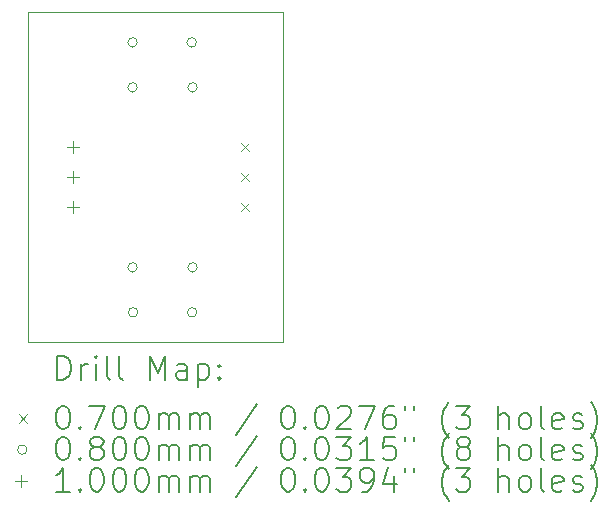
<source format=gbr>
%FSLAX45Y45*%
G04 Gerber Fmt 4.5, Leading zero omitted, Abs format (unit mm)*
G04 Created by KiCad (PCBNEW (6.0.6)) date 2022-06-23 13:21:30*
%MOMM*%
%LPD*%
G01*
G04 APERTURE LIST*
%TA.AperFunction,Profile*%
%ADD10C,0.100000*%
%TD*%
%ADD11C,0.200000*%
%ADD12C,0.070000*%
%ADD13C,0.080000*%
%ADD14C,0.100000*%
G04 APERTURE END LIST*
D10*
X2159000Y-2794000D02*
X0Y-2794000D01*
X0Y0D01*
X2159000Y0D01*
X2159000Y-2794000D01*
D11*
D12*
X1803960Y-1108000D02*
X1873960Y-1178000D01*
X1873960Y-1108000D02*
X1803960Y-1178000D01*
X1803960Y-1362000D02*
X1873960Y-1432000D01*
X1873960Y-1362000D02*
X1803960Y-1432000D01*
X1803960Y-1616000D02*
X1873960Y-1686000D01*
X1873960Y-1616000D02*
X1803960Y-1686000D01*
D13*
X929000Y-254000D02*
G75*
G03*
X929000Y-254000I-40000J0D01*
G01*
X929000Y-635000D02*
G75*
G03*
X929000Y-635000I-40000J0D01*
G01*
X929000Y-2159000D02*
G75*
G03*
X929000Y-2159000I-40000J0D01*
G01*
X933000Y-2540000D02*
G75*
G03*
X933000Y-2540000I-40000J0D01*
G01*
X1429000Y-254000D02*
G75*
G03*
X1429000Y-254000I-40000J0D01*
G01*
X1433000Y-2540000D02*
G75*
G03*
X1433000Y-2540000I-40000J0D01*
G01*
X1437000Y-635000D02*
G75*
G03*
X1437000Y-635000I-40000J0D01*
G01*
X1437000Y-2159000D02*
G75*
G03*
X1437000Y-2159000I-40000J0D01*
G01*
D14*
X381000Y-1093000D02*
X381000Y-1193000D01*
X331000Y-1143000D02*
X431000Y-1143000D01*
X381000Y-1347000D02*
X381000Y-1447000D01*
X331000Y-1397000D02*
X431000Y-1397000D01*
X381000Y-1601000D02*
X381000Y-1701000D01*
X331000Y-1651000D02*
X431000Y-1651000D01*
D11*
X252619Y-3109476D02*
X252619Y-2909476D01*
X300238Y-2909476D01*
X328810Y-2919000D01*
X347857Y-2938048D01*
X357381Y-2957095D01*
X366905Y-2995190D01*
X366905Y-3023762D01*
X357381Y-3061857D01*
X347857Y-3080905D01*
X328810Y-3099952D01*
X300238Y-3109476D01*
X252619Y-3109476D01*
X452619Y-3109476D02*
X452619Y-2976143D01*
X452619Y-3014238D02*
X462143Y-2995190D01*
X471667Y-2985667D01*
X490714Y-2976143D01*
X509762Y-2976143D01*
X576429Y-3109476D02*
X576429Y-2976143D01*
X576429Y-2909476D02*
X566905Y-2919000D01*
X576429Y-2928524D01*
X585952Y-2919000D01*
X576429Y-2909476D01*
X576429Y-2928524D01*
X700238Y-3109476D02*
X681190Y-3099952D01*
X671667Y-3080905D01*
X671667Y-2909476D01*
X805000Y-3109476D02*
X785952Y-3099952D01*
X776428Y-3080905D01*
X776428Y-2909476D01*
X1033571Y-3109476D02*
X1033571Y-2909476D01*
X1100238Y-3052333D01*
X1166905Y-2909476D01*
X1166905Y-3109476D01*
X1347857Y-3109476D02*
X1347857Y-3004714D01*
X1338333Y-2985667D01*
X1319286Y-2976143D01*
X1281190Y-2976143D01*
X1262143Y-2985667D01*
X1347857Y-3099952D02*
X1328810Y-3109476D01*
X1281190Y-3109476D01*
X1262143Y-3099952D01*
X1252619Y-3080905D01*
X1252619Y-3061857D01*
X1262143Y-3042809D01*
X1281190Y-3033286D01*
X1328810Y-3033286D01*
X1347857Y-3023762D01*
X1443095Y-2976143D02*
X1443095Y-3176143D01*
X1443095Y-2985667D02*
X1462143Y-2976143D01*
X1500238Y-2976143D01*
X1519286Y-2985667D01*
X1528809Y-2995190D01*
X1538333Y-3014238D01*
X1538333Y-3071381D01*
X1528809Y-3090428D01*
X1519286Y-3099952D01*
X1500238Y-3109476D01*
X1462143Y-3109476D01*
X1443095Y-3099952D01*
X1624048Y-3090428D02*
X1633571Y-3099952D01*
X1624048Y-3109476D01*
X1614524Y-3099952D01*
X1624048Y-3090428D01*
X1624048Y-3109476D01*
X1624048Y-2985667D02*
X1633571Y-2995190D01*
X1624048Y-3004714D01*
X1614524Y-2995190D01*
X1624048Y-2985667D01*
X1624048Y-3004714D01*
D12*
X-75000Y-3404000D02*
X-5000Y-3474000D01*
X-5000Y-3404000D02*
X-75000Y-3474000D01*
D11*
X290714Y-3329476D02*
X309762Y-3329476D01*
X328810Y-3339000D01*
X338333Y-3348524D01*
X347857Y-3367571D01*
X357381Y-3405667D01*
X357381Y-3453286D01*
X347857Y-3491381D01*
X338333Y-3510428D01*
X328810Y-3519952D01*
X309762Y-3529476D01*
X290714Y-3529476D01*
X271667Y-3519952D01*
X262143Y-3510428D01*
X252619Y-3491381D01*
X243095Y-3453286D01*
X243095Y-3405667D01*
X252619Y-3367571D01*
X262143Y-3348524D01*
X271667Y-3339000D01*
X290714Y-3329476D01*
X443095Y-3510428D02*
X452619Y-3519952D01*
X443095Y-3529476D01*
X433571Y-3519952D01*
X443095Y-3510428D01*
X443095Y-3529476D01*
X519286Y-3329476D02*
X652619Y-3329476D01*
X566905Y-3529476D01*
X766905Y-3329476D02*
X785952Y-3329476D01*
X805000Y-3339000D01*
X814524Y-3348524D01*
X824048Y-3367571D01*
X833571Y-3405667D01*
X833571Y-3453286D01*
X824048Y-3491381D01*
X814524Y-3510428D01*
X805000Y-3519952D01*
X785952Y-3529476D01*
X766905Y-3529476D01*
X747857Y-3519952D01*
X738333Y-3510428D01*
X728809Y-3491381D01*
X719286Y-3453286D01*
X719286Y-3405667D01*
X728809Y-3367571D01*
X738333Y-3348524D01*
X747857Y-3339000D01*
X766905Y-3329476D01*
X957381Y-3329476D02*
X976428Y-3329476D01*
X995476Y-3339000D01*
X1005000Y-3348524D01*
X1014524Y-3367571D01*
X1024048Y-3405667D01*
X1024048Y-3453286D01*
X1014524Y-3491381D01*
X1005000Y-3510428D01*
X995476Y-3519952D01*
X976428Y-3529476D01*
X957381Y-3529476D01*
X938333Y-3519952D01*
X928809Y-3510428D01*
X919286Y-3491381D01*
X909762Y-3453286D01*
X909762Y-3405667D01*
X919286Y-3367571D01*
X928809Y-3348524D01*
X938333Y-3339000D01*
X957381Y-3329476D01*
X1109762Y-3529476D02*
X1109762Y-3396143D01*
X1109762Y-3415190D02*
X1119286Y-3405667D01*
X1138333Y-3396143D01*
X1166905Y-3396143D01*
X1185952Y-3405667D01*
X1195476Y-3424714D01*
X1195476Y-3529476D01*
X1195476Y-3424714D02*
X1205000Y-3405667D01*
X1224048Y-3396143D01*
X1252619Y-3396143D01*
X1271667Y-3405667D01*
X1281190Y-3424714D01*
X1281190Y-3529476D01*
X1376429Y-3529476D02*
X1376429Y-3396143D01*
X1376429Y-3415190D02*
X1385952Y-3405667D01*
X1405000Y-3396143D01*
X1433571Y-3396143D01*
X1452619Y-3405667D01*
X1462143Y-3424714D01*
X1462143Y-3529476D01*
X1462143Y-3424714D02*
X1471667Y-3405667D01*
X1490714Y-3396143D01*
X1519286Y-3396143D01*
X1538333Y-3405667D01*
X1547857Y-3424714D01*
X1547857Y-3529476D01*
X1938333Y-3319952D02*
X1766905Y-3577095D01*
X2195476Y-3329476D02*
X2214524Y-3329476D01*
X2233571Y-3339000D01*
X2243095Y-3348524D01*
X2252619Y-3367571D01*
X2262143Y-3405667D01*
X2262143Y-3453286D01*
X2252619Y-3491381D01*
X2243095Y-3510428D01*
X2233571Y-3519952D01*
X2214524Y-3529476D01*
X2195476Y-3529476D01*
X2176429Y-3519952D01*
X2166905Y-3510428D01*
X2157381Y-3491381D01*
X2147857Y-3453286D01*
X2147857Y-3405667D01*
X2157381Y-3367571D01*
X2166905Y-3348524D01*
X2176429Y-3339000D01*
X2195476Y-3329476D01*
X2347857Y-3510428D02*
X2357381Y-3519952D01*
X2347857Y-3529476D01*
X2338333Y-3519952D01*
X2347857Y-3510428D01*
X2347857Y-3529476D01*
X2481190Y-3329476D02*
X2500238Y-3329476D01*
X2519286Y-3339000D01*
X2528810Y-3348524D01*
X2538333Y-3367571D01*
X2547857Y-3405667D01*
X2547857Y-3453286D01*
X2538333Y-3491381D01*
X2528810Y-3510428D01*
X2519286Y-3519952D01*
X2500238Y-3529476D01*
X2481190Y-3529476D01*
X2462143Y-3519952D01*
X2452619Y-3510428D01*
X2443095Y-3491381D01*
X2433571Y-3453286D01*
X2433571Y-3405667D01*
X2443095Y-3367571D01*
X2452619Y-3348524D01*
X2462143Y-3339000D01*
X2481190Y-3329476D01*
X2624048Y-3348524D02*
X2633571Y-3339000D01*
X2652619Y-3329476D01*
X2700238Y-3329476D01*
X2719286Y-3339000D01*
X2728810Y-3348524D01*
X2738333Y-3367571D01*
X2738333Y-3386619D01*
X2728810Y-3415190D01*
X2614524Y-3529476D01*
X2738333Y-3529476D01*
X2805000Y-3329476D02*
X2938333Y-3329476D01*
X2852619Y-3529476D01*
X3100238Y-3329476D02*
X3062143Y-3329476D01*
X3043095Y-3339000D01*
X3033571Y-3348524D01*
X3014524Y-3377095D01*
X3005000Y-3415190D01*
X3005000Y-3491381D01*
X3014524Y-3510428D01*
X3024048Y-3519952D01*
X3043095Y-3529476D01*
X3081190Y-3529476D01*
X3100238Y-3519952D01*
X3109762Y-3510428D01*
X3119286Y-3491381D01*
X3119286Y-3443762D01*
X3109762Y-3424714D01*
X3100238Y-3415190D01*
X3081190Y-3405667D01*
X3043095Y-3405667D01*
X3024048Y-3415190D01*
X3014524Y-3424714D01*
X3005000Y-3443762D01*
X3195476Y-3329476D02*
X3195476Y-3367571D01*
X3271667Y-3329476D02*
X3271667Y-3367571D01*
X3566905Y-3605667D02*
X3557381Y-3596143D01*
X3538333Y-3567571D01*
X3528809Y-3548524D01*
X3519286Y-3519952D01*
X3509762Y-3472333D01*
X3509762Y-3434238D01*
X3519286Y-3386619D01*
X3528809Y-3358048D01*
X3538333Y-3339000D01*
X3557381Y-3310428D01*
X3566905Y-3300905D01*
X3624048Y-3329476D02*
X3747857Y-3329476D01*
X3681190Y-3405667D01*
X3709762Y-3405667D01*
X3728809Y-3415190D01*
X3738333Y-3424714D01*
X3747857Y-3443762D01*
X3747857Y-3491381D01*
X3738333Y-3510428D01*
X3728809Y-3519952D01*
X3709762Y-3529476D01*
X3652619Y-3529476D01*
X3633571Y-3519952D01*
X3624048Y-3510428D01*
X3985952Y-3529476D02*
X3985952Y-3329476D01*
X4071667Y-3529476D02*
X4071667Y-3424714D01*
X4062143Y-3405667D01*
X4043095Y-3396143D01*
X4014524Y-3396143D01*
X3995476Y-3405667D01*
X3985952Y-3415190D01*
X4195476Y-3529476D02*
X4176428Y-3519952D01*
X4166905Y-3510428D01*
X4157381Y-3491381D01*
X4157381Y-3434238D01*
X4166905Y-3415190D01*
X4176428Y-3405667D01*
X4195476Y-3396143D01*
X4224048Y-3396143D01*
X4243095Y-3405667D01*
X4252619Y-3415190D01*
X4262143Y-3434238D01*
X4262143Y-3491381D01*
X4252619Y-3510428D01*
X4243095Y-3519952D01*
X4224048Y-3529476D01*
X4195476Y-3529476D01*
X4376429Y-3529476D02*
X4357381Y-3519952D01*
X4347857Y-3500905D01*
X4347857Y-3329476D01*
X4528810Y-3519952D02*
X4509762Y-3529476D01*
X4471667Y-3529476D01*
X4452619Y-3519952D01*
X4443095Y-3500905D01*
X4443095Y-3424714D01*
X4452619Y-3405667D01*
X4471667Y-3396143D01*
X4509762Y-3396143D01*
X4528810Y-3405667D01*
X4538333Y-3424714D01*
X4538333Y-3443762D01*
X4443095Y-3462809D01*
X4614524Y-3519952D02*
X4633571Y-3529476D01*
X4671667Y-3529476D01*
X4690714Y-3519952D01*
X4700238Y-3500905D01*
X4700238Y-3491381D01*
X4690714Y-3472333D01*
X4671667Y-3462809D01*
X4643095Y-3462809D01*
X4624048Y-3453286D01*
X4614524Y-3434238D01*
X4614524Y-3424714D01*
X4624048Y-3405667D01*
X4643095Y-3396143D01*
X4671667Y-3396143D01*
X4690714Y-3405667D01*
X4766905Y-3605667D02*
X4776429Y-3596143D01*
X4795476Y-3567571D01*
X4805000Y-3548524D01*
X4814524Y-3519952D01*
X4824048Y-3472333D01*
X4824048Y-3434238D01*
X4814524Y-3386619D01*
X4805000Y-3358048D01*
X4795476Y-3339000D01*
X4776429Y-3310428D01*
X4766905Y-3300905D01*
D13*
X-5000Y-3703000D02*
G75*
G03*
X-5000Y-3703000I-40000J0D01*
G01*
D11*
X290714Y-3593476D02*
X309762Y-3593476D01*
X328810Y-3603000D01*
X338333Y-3612524D01*
X347857Y-3631571D01*
X357381Y-3669667D01*
X357381Y-3717286D01*
X347857Y-3755381D01*
X338333Y-3774428D01*
X328810Y-3783952D01*
X309762Y-3793476D01*
X290714Y-3793476D01*
X271667Y-3783952D01*
X262143Y-3774428D01*
X252619Y-3755381D01*
X243095Y-3717286D01*
X243095Y-3669667D01*
X252619Y-3631571D01*
X262143Y-3612524D01*
X271667Y-3603000D01*
X290714Y-3593476D01*
X443095Y-3774428D02*
X452619Y-3783952D01*
X443095Y-3793476D01*
X433571Y-3783952D01*
X443095Y-3774428D01*
X443095Y-3793476D01*
X566905Y-3679190D02*
X547857Y-3669667D01*
X538333Y-3660143D01*
X528810Y-3641095D01*
X528810Y-3631571D01*
X538333Y-3612524D01*
X547857Y-3603000D01*
X566905Y-3593476D01*
X605000Y-3593476D01*
X624048Y-3603000D01*
X633571Y-3612524D01*
X643095Y-3631571D01*
X643095Y-3641095D01*
X633571Y-3660143D01*
X624048Y-3669667D01*
X605000Y-3679190D01*
X566905Y-3679190D01*
X547857Y-3688714D01*
X538333Y-3698238D01*
X528810Y-3717286D01*
X528810Y-3755381D01*
X538333Y-3774428D01*
X547857Y-3783952D01*
X566905Y-3793476D01*
X605000Y-3793476D01*
X624048Y-3783952D01*
X633571Y-3774428D01*
X643095Y-3755381D01*
X643095Y-3717286D01*
X633571Y-3698238D01*
X624048Y-3688714D01*
X605000Y-3679190D01*
X766905Y-3593476D02*
X785952Y-3593476D01*
X805000Y-3603000D01*
X814524Y-3612524D01*
X824048Y-3631571D01*
X833571Y-3669667D01*
X833571Y-3717286D01*
X824048Y-3755381D01*
X814524Y-3774428D01*
X805000Y-3783952D01*
X785952Y-3793476D01*
X766905Y-3793476D01*
X747857Y-3783952D01*
X738333Y-3774428D01*
X728809Y-3755381D01*
X719286Y-3717286D01*
X719286Y-3669667D01*
X728809Y-3631571D01*
X738333Y-3612524D01*
X747857Y-3603000D01*
X766905Y-3593476D01*
X957381Y-3593476D02*
X976428Y-3593476D01*
X995476Y-3603000D01*
X1005000Y-3612524D01*
X1014524Y-3631571D01*
X1024048Y-3669667D01*
X1024048Y-3717286D01*
X1014524Y-3755381D01*
X1005000Y-3774428D01*
X995476Y-3783952D01*
X976428Y-3793476D01*
X957381Y-3793476D01*
X938333Y-3783952D01*
X928809Y-3774428D01*
X919286Y-3755381D01*
X909762Y-3717286D01*
X909762Y-3669667D01*
X919286Y-3631571D01*
X928809Y-3612524D01*
X938333Y-3603000D01*
X957381Y-3593476D01*
X1109762Y-3793476D02*
X1109762Y-3660143D01*
X1109762Y-3679190D02*
X1119286Y-3669667D01*
X1138333Y-3660143D01*
X1166905Y-3660143D01*
X1185952Y-3669667D01*
X1195476Y-3688714D01*
X1195476Y-3793476D01*
X1195476Y-3688714D02*
X1205000Y-3669667D01*
X1224048Y-3660143D01*
X1252619Y-3660143D01*
X1271667Y-3669667D01*
X1281190Y-3688714D01*
X1281190Y-3793476D01*
X1376429Y-3793476D02*
X1376429Y-3660143D01*
X1376429Y-3679190D02*
X1385952Y-3669667D01*
X1405000Y-3660143D01*
X1433571Y-3660143D01*
X1452619Y-3669667D01*
X1462143Y-3688714D01*
X1462143Y-3793476D01*
X1462143Y-3688714D02*
X1471667Y-3669667D01*
X1490714Y-3660143D01*
X1519286Y-3660143D01*
X1538333Y-3669667D01*
X1547857Y-3688714D01*
X1547857Y-3793476D01*
X1938333Y-3583952D02*
X1766905Y-3841095D01*
X2195476Y-3593476D02*
X2214524Y-3593476D01*
X2233571Y-3603000D01*
X2243095Y-3612524D01*
X2252619Y-3631571D01*
X2262143Y-3669667D01*
X2262143Y-3717286D01*
X2252619Y-3755381D01*
X2243095Y-3774428D01*
X2233571Y-3783952D01*
X2214524Y-3793476D01*
X2195476Y-3793476D01*
X2176429Y-3783952D01*
X2166905Y-3774428D01*
X2157381Y-3755381D01*
X2147857Y-3717286D01*
X2147857Y-3669667D01*
X2157381Y-3631571D01*
X2166905Y-3612524D01*
X2176429Y-3603000D01*
X2195476Y-3593476D01*
X2347857Y-3774428D02*
X2357381Y-3783952D01*
X2347857Y-3793476D01*
X2338333Y-3783952D01*
X2347857Y-3774428D01*
X2347857Y-3793476D01*
X2481190Y-3593476D02*
X2500238Y-3593476D01*
X2519286Y-3603000D01*
X2528810Y-3612524D01*
X2538333Y-3631571D01*
X2547857Y-3669667D01*
X2547857Y-3717286D01*
X2538333Y-3755381D01*
X2528810Y-3774428D01*
X2519286Y-3783952D01*
X2500238Y-3793476D01*
X2481190Y-3793476D01*
X2462143Y-3783952D01*
X2452619Y-3774428D01*
X2443095Y-3755381D01*
X2433571Y-3717286D01*
X2433571Y-3669667D01*
X2443095Y-3631571D01*
X2452619Y-3612524D01*
X2462143Y-3603000D01*
X2481190Y-3593476D01*
X2614524Y-3593476D02*
X2738333Y-3593476D01*
X2671667Y-3669667D01*
X2700238Y-3669667D01*
X2719286Y-3679190D01*
X2728810Y-3688714D01*
X2738333Y-3707762D01*
X2738333Y-3755381D01*
X2728810Y-3774428D01*
X2719286Y-3783952D01*
X2700238Y-3793476D01*
X2643095Y-3793476D01*
X2624048Y-3783952D01*
X2614524Y-3774428D01*
X2928809Y-3793476D02*
X2814524Y-3793476D01*
X2871667Y-3793476D02*
X2871667Y-3593476D01*
X2852619Y-3622048D01*
X2833571Y-3641095D01*
X2814524Y-3650619D01*
X3109762Y-3593476D02*
X3014524Y-3593476D01*
X3005000Y-3688714D01*
X3014524Y-3679190D01*
X3033571Y-3669667D01*
X3081190Y-3669667D01*
X3100238Y-3679190D01*
X3109762Y-3688714D01*
X3119286Y-3707762D01*
X3119286Y-3755381D01*
X3109762Y-3774428D01*
X3100238Y-3783952D01*
X3081190Y-3793476D01*
X3033571Y-3793476D01*
X3014524Y-3783952D01*
X3005000Y-3774428D01*
X3195476Y-3593476D02*
X3195476Y-3631571D01*
X3271667Y-3593476D02*
X3271667Y-3631571D01*
X3566905Y-3869667D02*
X3557381Y-3860143D01*
X3538333Y-3831571D01*
X3528809Y-3812524D01*
X3519286Y-3783952D01*
X3509762Y-3736333D01*
X3509762Y-3698238D01*
X3519286Y-3650619D01*
X3528809Y-3622048D01*
X3538333Y-3603000D01*
X3557381Y-3574428D01*
X3566905Y-3564905D01*
X3671667Y-3679190D02*
X3652619Y-3669667D01*
X3643095Y-3660143D01*
X3633571Y-3641095D01*
X3633571Y-3631571D01*
X3643095Y-3612524D01*
X3652619Y-3603000D01*
X3671667Y-3593476D01*
X3709762Y-3593476D01*
X3728809Y-3603000D01*
X3738333Y-3612524D01*
X3747857Y-3631571D01*
X3747857Y-3641095D01*
X3738333Y-3660143D01*
X3728809Y-3669667D01*
X3709762Y-3679190D01*
X3671667Y-3679190D01*
X3652619Y-3688714D01*
X3643095Y-3698238D01*
X3633571Y-3717286D01*
X3633571Y-3755381D01*
X3643095Y-3774428D01*
X3652619Y-3783952D01*
X3671667Y-3793476D01*
X3709762Y-3793476D01*
X3728809Y-3783952D01*
X3738333Y-3774428D01*
X3747857Y-3755381D01*
X3747857Y-3717286D01*
X3738333Y-3698238D01*
X3728809Y-3688714D01*
X3709762Y-3679190D01*
X3985952Y-3793476D02*
X3985952Y-3593476D01*
X4071667Y-3793476D02*
X4071667Y-3688714D01*
X4062143Y-3669667D01*
X4043095Y-3660143D01*
X4014524Y-3660143D01*
X3995476Y-3669667D01*
X3985952Y-3679190D01*
X4195476Y-3793476D02*
X4176428Y-3783952D01*
X4166905Y-3774428D01*
X4157381Y-3755381D01*
X4157381Y-3698238D01*
X4166905Y-3679190D01*
X4176428Y-3669667D01*
X4195476Y-3660143D01*
X4224048Y-3660143D01*
X4243095Y-3669667D01*
X4252619Y-3679190D01*
X4262143Y-3698238D01*
X4262143Y-3755381D01*
X4252619Y-3774428D01*
X4243095Y-3783952D01*
X4224048Y-3793476D01*
X4195476Y-3793476D01*
X4376429Y-3793476D02*
X4357381Y-3783952D01*
X4347857Y-3764905D01*
X4347857Y-3593476D01*
X4528810Y-3783952D02*
X4509762Y-3793476D01*
X4471667Y-3793476D01*
X4452619Y-3783952D01*
X4443095Y-3764905D01*
X4443095Y-3688714D01*
X4452619Y-3669667D01*
X4471667Y-3660143D01*
X4509762Y-3660143D01*
X4528810Y-3669667D01*
X4538333Y-3688714D01*
X4538333Y-3707762D01*
X4443095Y-3726809D01*
X4614524Y-3783952D02*
X4633571Y-3793476D01*
X4671667Y-3793476D01*
X4690714Y-3783952D01*
X4700238Y-3764905D01*
X4700238Y-3755381D01*
X4690714Y-3736333D01*
X4671667Y-3726809D01*
X4643095Y-3726809D01*
X4624048Y-3717286D01*
X4614524Y-3698238D01*
X4614524Y-3688714D01*
X4624048Y-3669667D01*
X4643095Y-3660143D01*
X4671667Y-3660143D01*
X4690714Y-3669667D01*
X4766905Y-3869667D02*
X4776429Y-3860143D01*
X4795476Y-3831571D01*
X4805000Y-3812524D01*
X4814524Y-3783952D01*
X4824048Y-3736333D01*
X4824048Y-3698238D01*
X4814524Y-3650619D01*
X4805000Y-3622048D01*
X4795476Y-3603000D01*
X4776429Y-3574428D01*
X4766905Y-3564905D01*
D14*
X-55000Y-3917000D02*
X-55000Y-4017000D01*
X-105000Y-3967000D02*
X-5000Y-3967000D01*
D11*
X357381Y-4057476D02*
X243095Y-4057476D01*
X300238Y-4057476D02*
X300238Y-3857476D01*
X281190Y-3886048D01*
X262143Y-3905095D01*
X243095Y-3914619D01*
X443095Y-4038428D02*
X452619Y-4047952D01*
X443095Y-4057476D01*
X433571Y-4047952D01*
X443095Y-4038428D01*
X443095Y-4057476D01*
X576429Y-3857476D02*
X595476Y-3857476D01*
X614524Y-3867000D01*
X624048Y-3876524D01*
X633571Y-3895571D01*
X643095Y-3933667D01*
X643095Y-3981286D01*
X633571Y-4019381D01*
X624048Y-4038428D01*
X614524Y-4047952D01*
X595476Y-4057476D01*
X576429Y-4057476D01*
X557381Y-4047952D01*
X547857Y-4038428D01*
X538333Y-4019381D01*
X528810Y-3981286D01*
X528810Y-3933667D01*
X538333Y-3895571D01*
X547857Y-3876524D01*
X557381Y-3867000D01*
X576429Y-3857476D01*
X766905Y-3857476D02*
X785952Y-3857476D01*
X805000Y-3867000D01*
X814524Y-3876524D01*
X824048Y-3895571D01*
X833571Y-3933667D01*
X833571Y-3981286D01*
X824048Y-4019381D01*
X814524Y-4038428D01*
X805000Y-4047952D01*
X785952Y-4057476D01*
X766905Y-4057476D01*
X747857Y-4047952D01*
X738333Y-4038428D01*
X728809Y-4019381D01*
X719286Y-3981286D01*
X719286Y-3933667D01*
X728809Y-3895571D01*
X738333Y-3876524D01*
X747857Y-3867000D01*
X766905Y-3857476D01*
X957381Y-3857476D02*
X976428Y-3857476D01*
X995476Y-3867000D01*
X1005000Y-3876524D01*
X1014524Y-3895571D01*
X1024048Y-3933667D01*
X1024048Y-3981286D01*
X1014524Y-4019381D01*
X1005000Y-4038428D01*
X995476Y-4047952D01*
X976428Y-4057476D01*
X957381Y-4057476D01*
X938333Y-4047952D01*
X928809Y-4038428D01*
X919286Y-4019381D01*
X909762Y-3981286D01*
X909762Y-3933667D01*
X919286Y-3895571D01*
X928809Y-3876524D01*
X938333Y-3867000D01*
X957381Y-3857476D01*
X1109762Y-4057476D02*
X1109762Y-3924143D01*
X1109762Y-3943190D02*
X1119286Y-3933667D01*
X1138333Y-3924143D01*
X1166905Y-3924143D01*
X1185952Y-3933667D01*
X1195476Y-3952714D01*
X1195476Y-4057476D01*
X1195476Y-3952714D02*
X1205000Y-3933667D01*
X1224048Y-3924143D01*
X1252619Y-3924143D01*
X1271667Y-3933667D01*
X1281190Y-3952714D01*
X1281190Y-4057476D01*
X1376429Y-4057476D02*
X1376429Y-3924143D01*
X1376429Y-3943190D02*
X1385952Y-3933667D01*
X1405000Y-3924143D01*
X1433571Y-3924143D01*
X1452619Y-3933667D01*
X1462143Y-3952714D01*
X1462143Y-4057476D01*
X1462143Y-3952714D02*
X1471667Y-3933667D01*
X1490714Y-3924143D01*
X1519286Y-3924143D01*
X1538333Y-3933667D01*
X1547857Y-3952714D01*
X1547857Y-4057476D01*
X1938333Y-3847952D02*
X1766905Y-4105095D01*
X2195476Y-3857476D02*
X2214524Y-3857476D01*
X2233571Y-3867000D01*
X2243095Y-3876524D01*
X2252619Y-3895571D01*
X2262143Y-3933667D01*
X2262143Y-3981286D01*
X2252619Y-4019381D01*
X2243095Y-4038428D01*
X2233571Y-4047952D01*
X2214524Y-4057476D01*
X2195476Y-4057476D01*
X2176429Y-4047952D01*
X2166905Y-4038428D01*
X2157381Y-4019381D01*
X2147857Y-3981286D01*
X2147857Y-3933667D01*
X2157381Y-3895571D01*
X2166905Y-3876524D01*
X2176429Y-3867000D01*
X2195476Y-3857476D01*
X2347857Y-4038428D02*
X2357381Y-4047952D01*
X2347857Y-4057476D01*
X2338333Y-4047952D01*
X2347857Y-4038428D01*
X2347857Y-4057476D01*
X2481190Y-3857476D02*
X2500238Y-3857476D01*
X2519286Y-3867000D01*
X2528810Y-3876524D01*
X2538333Y-3895571D01*
X2547857Y-3933667D01*
X2547857Y-3981286D01*
X2538333Y-4019381D01*
X2528810Y-4038428D01*
X2519286Y-4047952D01*
X2500238Y-4057476D01*
X2481190Y-4057476D01*
X2462143Y-4047952D01*
X2452619Y-4038428D01*
X2443095Y-4019381D01*
X2433571Y-3981286D01*
X2433571Y-3933667D01*
X2443095Y-3895571D01*
X2452619Y-3876524D01*
X2462143Y-3867000D01*
X2481190Y-3857476D01*
X2614524Y-3857476D02*
X2738333Y-3857476D01*
X2671667Y-3933667D01*
X2700238Y-3933667D01*
X2719286Y-3943190D01*
X2728810Y-3952714D01*
X2738333Y-3971762D01*
X2738333Y-4019381D01*
X2728810Y-4038428D01*
X2719286Y-4047952D01*
X2700238Y-4057476D01*
X2643095Y-4057476D01*
X2624048Y-4047952D01*
X2614524Y-4038428D01*
X2833571Y-4057476D02*
X2871667Y-4057476D01*
X2890714Y-4047952D01*
X2900238Y-4038428D01*
X2919286Y-4009857D01*
X2928809Y-3971762D01*
X2928809Y-3895571D01*
X2919286Y-3876524D01*
X2909762Y-3867000D01*
X2890714Y-3857476D01*
X2852619Y-3857476D01*
X2833571Y-3867000D01*
X2824048Y-3876524D01*
X2814524Y-3895571D01*
X2814524Y-3943190D01*
X2824048Y-3962238D01*
X2833571Y-3971762D01*
X2852619Y-3981286D01*
X2890714Y-3981286D01*
X2909762Y-3971762D01*
X2919286Y-3962238D01*
X2928809Y-3943190D01*
X3100238Y-3924143D02*
X3100238Y-4057476D01*
X3052619Y-3847952D02*
X3005000Y-3990809D01*
X3128809Y-3990809D01*
X3195476Y-3857476D02*
X3195476Y-3895571D01*
X3271667Y-3857476D02*
X3271667Y-3895571D01*
X3566905Y-4133667D02*
X3557381Y-4124143D01*
X3538333Y-4095571D01*
X3528809Y-4076524D01*
X3519286Y-4047952D01*
X3509762Y-4000333D01*
X3509762Y-3962238D01*
X3519286Y-3914619D01*
X3528809Y-3886048D01*
X3538333Y-3867000D01*
X3557381Y-3838428D01*
X3566905Y-3828905D01*
X3624048Y-3857476D02*
X3747857Y-3857476D01*
X3681190Y-3933667D01*
X3709762Y-3933667D01*
X3728809Y-3943190D01*
X3738333Y-3952714D01*
X3747857Y-3971762D01*
X3747857Y-4019381D01*
X3738333Y-4038428D01*
X3728809Y-4047952D01*
X3709762Y-4057476D01*
X3652619Y-4057476D01*
X3633571Y-4047952D01*
X3624048Y-4038428D01*
X3985952Y-4057476D02*
X3985952Y-3857476D01*
X4071667Y-4057476D02*
X4071667Y-3952714D01*
X4062143Y-3933667D01*
X4043095Y-3924143D01*
X4014524Y-3924143D01*
X3995476Y-3933667D01*
X3985952Y-3943190D01*
X4195476Y-4057476D02*
X4176428Y-4047952D01*
X4166905Y-4038428D01*
X4157381Y-4019381D01*
X4157381Y-3962238D01*
X4166905Y-3943190D01*
X4176428Y-3933667D01*
X4195476Y-3924143D01*
X4224048Y-3924143D01*
X4243095Y-3933667D01*
X4252619Y-3943190D01*
X4262143Y-3962238D01*
X4262143Y-4019381D01*
X4252619Y-4038428D01*
X4243095Y-4047952D01*
X4224048Y-4057476D01*
X4195476Y-4057476D01*
X4376429Y-4057476D02*
X4357381Y-4047952D01*
X4347857Y-4028905D01*
X4347857Y-3857476D01*
X4528810Y-4047952D02*
X4509762Y-4057476D01*
X4471667Y-4057476D01*
X4452619Y-4047952D01*
X4443095Y-4028905D01*
X4443095Y-3952714D01*
X4452619Y-3933667D01*
X4471667Y-3924143D01*
X4509762Y-3924143D01*
X4528810Y-3933667D01*
X4538333Y-3952714D01*
X4538333Y-3971762D01*
X4443095Y-3990809D01*
X4614524Y-4047952D02*
X4633571Y-4057476D01*
X4671667Y-4057476D01*
X4690714Y-4047952D01*
X4700238Y-4028905D01*
X4700238Y-4019381D01*
X4690714Y-4000333D01*
X4671667Y-3990809D01*
X4643095Y-3990809D01*
X4624048Y-3981286D01*
X4614524Y-3962238D01*
X4614524Y-3952714D01*
X4624048Y-3933667D01*
X4643095Y-3924143D01*
X4671667Y-3924143D01*
X4690714Y-3933667D01*
X4766905Y-4133667D02*
X4776429Y-4124143D01*
X4795476Y-4095571D01*
X4805000Y-4076524D01*
X4814524Y-4047952D01*
X4824048Y-4000333D01*
X4824048Y-3962238D01*
X4814524Y-3914619D01*
X4805000Y-3886048D01*
X4795476Y-3867000D01*
X4776429Y-3838428D01*
X4766905Y-3828905D01*
M02*

</source>
